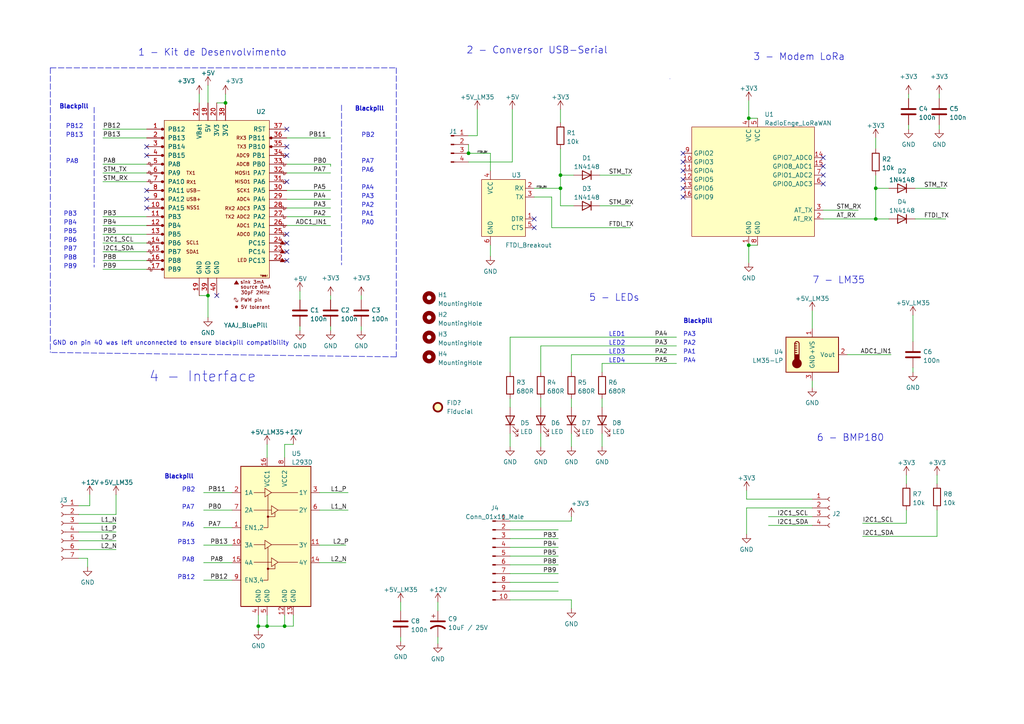
<source format=kicad_sch>
(kicad_sch (version 20211123) (generator eeschema)
  (paper "A4")
  (title_block (title "Bluepill + Radioenge AT interface") (date "2022-11-10") (rev "0") (company "PPGSAI03 - Rede de Sensores sem fio de Longo Alcance"))
  (lib_symbols
    (symbol "+5V_LM35_1" (power) (pin_names (offset 0))
      (property "Value" "+5V_LM35_1" (at 0 3.556 0))
      (symbol "+5V_LM35_1_1_1"
        (pin power_in line (at 0 0 90) (length 0) hide (name "+5V_LM35") (number "1"))
      )
    )
    (symbol "+5V_LM35_2" (power) (pin_names (offset 0))
      (property "Value" "+5V_LM35_2" (at 0 3.556 0))
      (symbol "+5V_LM35_2_1_1"
        (pin power_in line (at 0 0 90) (length 0) hide (name "+5V_LM35") (number "1"))
      )
    )
    (symbol "Connector:Conn_01x04_Female" (pin_names (offset 1.016) hide)
      (property "Reference" "J" (at 0 5.08 0))
      (property "Value" "Conn_01x04_Female" (at 0 -7.62 0))
      (symbol "Conn_01x04_Female_1_1"
        (pin passive line (at -5.08 2.54 0) (length 3.81) (name "Pin_1") (number "1"))
        (pin passive line (at -5.08 0 0) (length 3.81) (name "Pin_2") (number "2"))
        (pin passive line (at -5.08 -2.54 0) (length 3.81) (name "Pin_3") (number "3"))
        (pin passive line (at -5.08 -5.08 0) (length 3.81) (name "Pin_4") (number "4"))
      )
    )
    (symbol "Connector:Conn_01x04_Male" (pin_names (offset 1.016) hide)
      (property "Reference" "J" (at 0 5.08 0))
      (property "Value" "Conn_01x04_Male" (at 0 -7.62 0))
      (symbol "Conn_01x04_Male_1_1"
        (pin passive line (at 5.08 2.54 180) (length 3.81) (name "Pin_1") (number "1"))
        (pin passive line (at 5.08 0 180) (length 3.81) (name "Pin_2") (number "2"))
        (pin passive line (at 5.08 -2.54 180) (length 3.81) (name "Pin_3") (number "3"))
        (pin passive line (at 5.08 -5.08 180) (length 3.81) (name "Pin_4") (number "4"))
      )
    )
    (symbol "Connector:Conn_01x07_Female" (pin_names (offset 1.016) hide)
      (property "Reference" "J" (at 0 10.16 0))
      (property "Value" "Conn_01x07_Female" (at 0 -10.16 0))
      (symbol "Conn_01x07_Female_1_1"
        (pin passive line (at -5.08 7.62 0) (length 3.81) (name "Pin_1") (number "1"))
        (pin passive line (at -5.08 5.08 0) (length 3.81) (name "Pin_2") (number "2"))
        (pin passive line (at -5.08 2.54 0) (length 3.81) (name "Pin_3") (number "3"))
        (pin passive line (at -5.08 0 0) (length 3.81) (name "Pin_4") (number "4"))
        (pin passive line (at -5.08 -2.54 0) (length 3.81) (name "Pin_5") (number "5"))
        (pin passive line (at -5.08 -5.08 0) (length 3.81) (name "Pin_6") (number "6"))
        (pin passive line (at -5.08 -7.62 0) (length 3.81) (name "Pin_7") (number "7"))
      )
    )
    (symbol "Connector:Conn_01x10_Male" (pin_names (offset 1.016) hide)
      (property "Reference" "J" (at 0 12.7 0))
      (property "Value" "Conn_01x10_Male" (at 0 -15.24 0))
      (symbol "Conn_01x10_Male_1_1"
        (pin passive line (at 5.08 10.16 180) (length 3.81) (name "Pin_1") (number "1"))
        (pin passive line (at 5.08 -12.7 180) (length 3.81) (name "Pin_10") (number "10"))
        (pin passive line (at 5.08 7.62 180) (length 3.81) (name "Pin_2") (number "2"))
        (pin passive line (at 5.08 5.08 180) (length 3.81) (name "Pin_3") (number "3"))
        (pin passive line (at 5.08 2.54 180) (length 3.81) (name "Pin_4") (number "4"))
        (pin passive line (at 5.08 0 180) (length 3.81) (name "Pin_5") (number "5"))
        (pin passive line (at 5.08 -2.54 180) (length 3.81) (name "Pin_6") (number "6"))
        (pin passive line (at 5.08 -5.08 180) (length 3.81) (name "Pin_7") (number "7"))
        (pin passive line (at 5.08 -7.62 180) (length 3.81) (name "Pin_8") (number "8"))
        (pin passive line (at 5.08 -10.16 180) (length 3.81) (name "Pin_9") (number "9"))
      )
    )
    (symbol "Device:C" (pin_numbers hide) (pin_names (offset 0.254))
      (property "Reference" "C" (at 0.635 2.54 0))
      (property "Value" "C" (at 0.635 -2.54 0))
      (symbol "C_1_1"
        (pin passive line (at 0 3.81 270) (length 2.794) (name "~") (number "1"))
        (pin passive line (at 0 -3.81 90) (length 2.794) (name "~") (number "2"))
      )
    )
    (symbol "Device:C_Polarized_US" (pin_numbers hide) (pin_names (offset 0.254) hide)
      (property "Reference" "C" (at 0.635 2.54 0))
      (property "Value" "C_Polarized_US" (at 0.635 -2.54 0))
      (symbol "C_Polarized_US_1_1"
        (pin passive line (at 0 3.81 270) (length 2.794) (name "~") (number "1"))
        (pin passive line (at 0 -3.81 90) (length 3.302) (name "~") (number "2"))
      )
    )
    (symbol "Device:LED" (pin_numbers hide) (pin_names (offset 1.016) hide)
      (property "Reference" "D" (at 0 2.54 0))
      (property "Value" "LED" (at 0 -2.54 0))
      (symbol "LED_1_1"
        (pin passive line (at -3.81 0 0) (length 2.54) (name "K") (number "1"))
        (pin passive line (at 3.81 0 180) (length 2.54) (name "A") (number "2"))
      )
    )
    (symbol "Device:R" (pin_numbers hide) (pin_names (offset 0))
      (property "Reference" "R" (at 2.032 0 90))
      (property "Value" "R" (at 0 0 90))
      (symbol "R_1_1"
        (pin passive line (at 0 3.81 270) (length 1.27) (name "~") (number "1"))
        (pin passive line (at 0 -3.81 90) (length 1.27) (name "~") (number "2"))
      )
    )
    (symbol "Diode:1N4148" (pin_numbers hide) (pin_names (offset 1.016) hide)
      (property "Reference" "D" (at 0 2.54 0))
      (property "Value" "1N4148" (at 0 -2.54 0))
      (symbol "1N4148_1_1"
        (pin passive line (at -3.81 0 0) (length 2.54) (name "K") (number "1"))
        (pin passive line (at 3.81 0 180) (length 2.54) (name "A") (number "2"))
      )
    )
    (symbol "Driver_Motor:L293D" (pin_names (offset 1.016))
      (property "Reference" "U" (at -5.08 26.035 0))
      (property "Value" "L293D" (at -5.08 24.13 0))
      (symbol "L293D_1_1"
        (pin input line (at -12.7 5.08 0) (length 2.54) (name "EN1,2") (number "1"))
        (pin input line (at -12.7 0 0) (length 2.54) (name "3A") (number "10"))
        (pin output line (at 12.7 0 180) (length 2.54) (name "3Y") (number "11"))
        (pin power_in line (at 2.54 -20.32 90) (length 2.54) (name "GND") (number "12"))
        (pin power_in line (at 5.08 -20.32 90) (length 2.54) (name "GND") (number "13"))
        (pin output line (at 12.7 -5.08 180) (length 2.54) (name "4Y") (number "14"))
        (pin input line (at -12.7 -5.08 0) (length 2.54) (name "4A") (number "15"))
        (pin power_in line (at -2.54 25.4 270) (length 2.54) (name "VCC1") (number "16"))
        (pin input line (at -12.7 15.24 0) (length 2.54) (name "1A") (number "2"))
        (pin output line (at 12.7 15.24 180) (length 2.54) (name "1Y") (number "3"))
        (pin power_in line (at -5.08 -20.32 90) (length 2.54) (name "GND") (number "4"))
        (pin power_in line (at -2.54 -20.32 90) (length 2.54) (name "GND") (number "5"))
        (pin output line (at 12.7 10.16 180) (length 2.54) (name "2Y") (number "6"))
        (pin input line (at -12.7 10.16 0) (length 2.54) (name "2A") (number "7"))
        (pin power_in line (at 2.54 25.4 270) (length 2.54) (name "VCC2") (number "8"))
        (pin input line (at -12.7 -10.16 0) (length 2.54) (name "EN3,4") (number "9"))
      )
    )
    (symbol "LabSC:+5V_LM35" (power) (pin_names (offset 0))
      (property "Value" "+5V_LM35" (at 0 3.556 0))
      (symbol "+5V_LM35_1_1"
        (pin power_in line (at 0 0 90) (length 0) hide (name "+5V_LM35") (number "1"))
      )
    )
    (symbol "LabSC:+5V_STM" (power) (pin_names (offset 0))
      (property "Value" "+5V_STM" (at 0 3.556 0))
      (symbol "+5V_STM_1_1"
        (pin power_in line (at 0 0 90) (length 0) hide (name "+5V") (number "1"))
      )
    )
    (symbol "LabSC:FTDI_Breakout"
      (property "Reference" "U" (at 2.54 10.16 0))
      (property "Value" "FTDI_Breakout" (at 5.08 -8.89 0))
      (symbol "FTDI_Breakout_1_1"
        (pin input line (at 8.89 -2.54 180) (length 2.54) (name "DTR") (number "1"))
        (pin input line (at 8.89 6.35 180) (length 2.54) (name "RX") (number "2"))
        (pin output line (at 8.89 3.81 180) (length 2.54) (name "TX") (number "3"))
        (pin power_out line (at -3.81 11.43 270) (length 2.54) (name "VCC") (number "4"))
        (pin output line (at 8.89 -5.08 180) (length 2.54) (name "CTS") (number "5"))
        (pin power_in line (at -3.81 -10.16 90) (length 2.54) (name "GND") (number "6"))
      )
    )
    (symbol "LabSC:RadioEnge_LoRaWAN"
      (property "Reference" "U" (at 10.16 16.51 0))
      (property "Value" "RadioEnge_LoRaWAN" (at 17.78 -19.05 0))
      (symbol "RadioEnge_LoRaWAN_1_1"
        (pin power_in line (at -1.27 -19.05 90) (length 2.54) (name "GND") (number "1"))
        (pin bidirectional line (at -20.32 5.08 0) (length 2.54) (name "GPIO3") (number "10"))
        (pin bidirectional line (at -20.32 2.54 0) (length 2.54) (name "GPIO4") (number "11"))
        (pin bidirectional line (at -20.32 0 0) (length 2.54) (name "GPIO5") (number "12"))
        (pin bidirectional line (at -20.32 -2.54 0) (length 2.54) (name "GPIO6") (number "13"))
        (pin bidirectional line (at 20.32 6.35 180) (length 2.54) (name "GPIO7_ADC0") (number "14"))
        (pin bidirectional line (at 20.32 3.81 180) (length 2.54) (name "GPIO8_ADC1") (number "15"))
        (pin bidirectional line (at -20.32 -5.08 0) (length 2.54) (name "GPIO9") (number "16"))
        (pin input line (at 20.32 -11.43 180) (length 2.54) (name "AT_RX") (number "2"))
        (pin output line (at 20.32 -8.89 180) (length 2.54) (name "AT_TX") (number "3"))
        (pin power_in line (at -1.27 17.78 270) (length 2.54) (name "VCC") (number "4"))
        (pin power_in line (at 1.27 17.78 270) (length 2.54) (name "VCC") (number "5"))
        (pin bidirectional line (at 20.32 -1.27 180) (length 2.54) (name "GPIO0_ADC3") (number "6"))
        (pin input line (at 20.32 1.27 180) (length 2.54) (name "GPIO1_ADC2") (number "7"))
        (pin power_in line (at 1.27 -19.05 90) (length 2.54) (name "GND") (number "8"))
        (pin bidirectional line (at -20.32 7.62 0) (length 2.54) (name "GPIO2") (number "9"))
      )
    )
    (symbol "Mechanical:Fiducial"
      (property "Reference" "FID" (at 0 5.08 0))
      (property "Value" "Fiducial" (at 0 3.175 0))
    )
    (symbol "Mechanical:MountingHole" (pin_names (offset 1.016))
      (property "Reference" "H" (at 0 5.08 0))
      (property "Value" "MountingHole" (at 0 3.175 0))
    )
    (symbol "Sensor_Temperature:LM35-LP" (pin_names (offset 1.016))
      (property "Reference" "U" (at -6.35 6.35 0))
      (property "Value" "LM35-LP" (at 1.27 6.35 0))
      (symbol "LM35-LP_1_1"
        (pin power_in line (at 0 7.62 270) (length 2.54) (name "+VS") (number "1"))
        (pin output line (at 10.16 0 180) (length 2.54) (name "Vout") (number "2"))
        (pin power_in line (at 0 -7.62 90) (length 2.54) (name "GND") (number "3"))
      )
    )
    (symbol "YAAJ_BluePill:YAAJ_BluePill" (pin_names (offset 1.016))
      (property "Reference" "U" (at -13.97 24.13 0))
      (property "Value" "YAAJ_BluePill" (at 0 6.35 90))
      (symbol "YAAJ_BluePill_0_0"
        (text "30pF 2MHz" (at 11.176 -27.051 0) (effects (font (size 0.9906 0.9906))))
        (text "5V tolerant" (at 11.176 -31.242 0) (effects (font (size 0.9906 0.9906))))
        (text "ADC0" (at 7.747 -10.16 0) (effects (font (size 0.9906 0.9906))))
        (text "ADC1" (at 7.747 -7.62 0) (effects (font (size 0.9906 0.9906))))
        (text "ADC2" (at 7.747 -5.08 0) (effects (font (size 0.9906 0.9906))))
        (text "ADC3" (at 7.747 -2.667 0) (effects (font (size 0.9906 0.9906))))
        (text "ADC4" (at 7.747 0 0) (effects (font (size 0.9906 0.9906))))
        (text "ADC8" (at 7.62 10.16 0) (effects (font (size 0.9906 0.9906))))
        (text "ADC9" (at 7.62 12.7 0) (effects (font (size 0.9906 0.9906))))
        (text "LED" (at 7.366 -17.653 0) (effects (font (size 0.9906 0.9906))))
        (text "MISO1" (at 7.493 5.08 0) (effects (font (size 0.9906 0.9906))))
        (text "MOSI1" (at 7.493 7.62 0) (effects (font (size 0.9906 0.9906))))
        (text "NSS1" (at -6.858 -2.413 0) (effects (font (size 0.9906 0.9906))))
        (text "PWM pin" (at 10.033 -29.21 0) (effects (font (size 0.9906 0.9906))))
        (text "RX1" (at -7.366 4.953 0) (effects (font (size 0.9906 0.9906))))
        (text "RX2" (at 3.81 -2.667 0) (effects (font (size 0.9906 0.9906))))
        (text "RX3" (at 7.112 17.78 0) (effects (font (size 0.9906 0.9906))))
        (text "SCK1" (at 7.747 2.54 0) (effects (font (size 0.9906 0.9906))))
        (text "SCL1" (at -6.985 -12.573 0) (effects (font (size 0.9906 0.9906))))
        (text "SDA1" (at -6.985 -15.24 0) (effects (font (size 0.9906 0.9906))))
        (text "sink 3mA" (at 10.287 -24.003 0) (effects (font (size 0.9906 0.9906))))
        (text "source 0mA" (at 11.303 -25.4 0) (effects (font (size 0.9906 0.9906))))
        (text "TX1" (at -7.493 7.62 0) (effects (font (size 0.9906 0.9906))))
        (text "TX2" (at 3.81 -5.08 0) (effects (font (size 0.9906 0.9906))))
        (text "TX3" (at 7.239 15.24 0) (effects (font (size 0.9906 0.9906))))
        (text "USB+" (at -6.731 0 0) (effects (font (size 0.9906 0.9906))))
        (text "USB-" (at -6.731 2.54 0) (effects (font (size 0.9906 0.9906))))
        (text "Y@@J" (at 13.6906 -22.1488 0) (effects (font (size 0.508 0.508))))
      )
      (symbol "YAAJ_BluePill_1_1"
        (pin bidirectional line (at -20.32 20.32 0) (length 5.08) (name "PB12") (number "1"))
        (pin bidirectional line (at -20.32 -2.54 0) (length 5.08) (name "PA15") (number "10"))
        (pin bidirectional line (at -20.32 -5.08 0) (length 5.08) (name "PB3") (number "11"))
        (pin bidirectional line (at -20.32 -7.62 0) (length 5.08) (name "PB4") (number "12"))
        (pin bidirectional line (at -20.32 -10.16 0) (length 5.08) (name "PB5") (number "13"))
        (pin bidirectional line (at -20.32 -12.7 0) (length 5.08) (name "PB6") (number "14"))
        (pin bidirectional line (at -20.32 -15.24 0) (length 5.08) (name "PB7") (number "15"))
        (pin bidirectional line (at -20.32 -17.78 0) (length 5.08) (name "PB8") (number "16"))
        (pin bidirectional line (at -20.32 -20.32 0) (length 5.08) (name "PB9") (number "17"))
        (pin power_in line (at -2.54 27.94 270) (length 5.08) (name "5V") (number "18"))
        (pin power_in line (at -5.08 -27.94 90) (length 5.08) (name "GND") (number "19"))
        (pin bidirectional line (at -20.32 17.78 0) (length 5.08) (name "PB13") (number "2"))
        (pin power_in line (at 0 27.94 270) (length 5.08) (name "3V3") (number "20"))
        (pin power_in line (at -5.08 27.94 270) (length 5.08) (name "VBat") (number "21"))
        (pin bidirectional line (at 20.32 -17.78 180) (length 5.08) (name "PC13") (number "22"))
        (pin bidirectional line (at 20.32 -15.24 180) (length 5.08) (name "PC14") (number "23"))
        (pin bidirectional line (at 20.32 -12.7 180) (length 5.08) (name "PC15") (number "24"))
        (pin bidirectional line (at 20.32 -10.16 180) (length 5.08) (name "PA0") (number "25"))
        (pin bidirectional line (at 20.32 -7.62 180) (length 5.08) (name "PA1") (number "26"))
        (pin bidirectional line (at 20.32 -5.08 180) (length 5.08) (name "PA2") (number "27"))
        (pin bidirectional line (at 20.32 -2.54 180) (length 5.08) (name "PA3") (number "28"))
        (pin bidirectional line (at 20.32 0 180) (length 5.08) (name "PA4") (number "29"))
        (pin bidirectional line (at -20.32 15.24 0) (length 5.08) (name "PB14") (number "3"))
        (pin bidirectional line (at 20.32 2.54 180) (length 5.08) (name "PA5") (number "30"))
        (pin bidirectional line (at 20.32 5.08 180) (length 5.08) (name "PA6") (number "31"))
        (pin bidirectional line (at 20.32 7.62 180) (length 5.08) (name "PA7") (number "32"))
        (pin bidirectional line (at 20.32 10.16 180) (length 5.08) (name "PB0") (number "33"))
        (pin bidirectional line (at 20.32 12.7 180) (length 5.08) (name "PB1") (number "34"))
        (pin bidirectional line (at 20.32 15.24 180) (length 5.08) (name "PB10") (number "35"))
        (pin bidirectional line (at 20.32 17.78 180) (length 5.08) (name "PB11") (number "36"))
        (pin input line (at 20.32 20.32 180) (length 5.08) (name "RST") (number "37"))
        (pin power_in line (at 2.54 27.94 270) (length 5.08) (name "3V3") (number "38"))
        (pin power_in line (at -2.54 -27.94 90) (length 5.08) (name "GND") (number "39"))
        (pin bidirectional line (at -20.32 12.7 0) (length 5.08) (name "PB15") (number "4"))
        (pin power_in line (at 0 -27.94 90) (length 5.08) (name "GND") (number "40"))
        (pin bidirectional line (at -20.32 10.16 0) (length 5.08) (name "PA8") (number "5"))
        (pin bidirectional line (at -20.32 7.62 0) (length 5.08) (name "PA9") (number "6"))
        (pin bidirectional line (at -20.32 5.08 0) (length 5.08) (name "PA10") (number "7"))
        (pin bidirectional line (at -20.32 2.54 0) (length 5.08) (name "PA11") (number "8"))
        (pin bidirectional line (at -20.32 0 0) (length 5.08) (name "PA12") (number "9"))
      )
    )
    (symbol "power:+12V" (power) (pin_names (offset 0))
      (property "Value" "+12V" (at 0 3.556 0))
      (symbol "+12V_1_1"
        (pin power_in line (at 0 0 90) (length 0) hide (name "+12V") (number "1"))
      )
    )
    (symbol "power:+3V3" (power) (pin_names (offset 0))
      (property "Value" "+3V3" (at 0 3.556 0))
      (symbol "+3V3_1_1"
        (pin power_in line (at 0 0 90) (length 0) hide (name "+3V3") (number "1"))
      )
    )
    (symbol "power:GND" (power) (pin_names (offset 0))
      (property "Value" "GND" (at 0 -3.81 0))
      (symbol "GND_1_1"
        (pin power_in line (at 0 0 270) (length 0) hide (name "GND") (number "1"))
      )
    )
  )
  (junction (at 254 54.61))
  (junction (at 254 63.5))
  (junction (at 60.325 85.725))
  (junction (at 162.56 50.8))
  (junction (at 217.17 34.29))
  (junction (at 135.89 44.45))
  (junction (at 82.55 181.61))
  (junction (at 65.405 29.845))
  (junction (at 74.93 181.61))
  (junction (at 217.17 71.12))
  (junction (at 162.56 54.61))
  (junction (at 77.47 181.61))
  (no_connect (at 198.12 49.53))
  (no_connect (at 42.545 42.545))
  (no_connect (at 42.545 57.785))
  (no_connect (at 83.185 75.565))
  (no_connect (at 83.185 73.025))
  (no_connect (at 42.545 60.325))
  (no_connect (at 198.12 44.45))
  (no_connect (at 154.94 63.5))
  (no_connect (at 198.12 46.99))
  (no_connect (at 83.185 67.945))
  (no_connect (at 238.76 48.26))
  (no_connect (at 238.76 50.8))
  (no_connect (at 83.185 52.705))
  (no_connect (at 198.12 57.15))
  (no_connect (at 42.545 45.085))
  (no_connect (at 42.545 55.245))
  (no_connect (at 83.185 37.465))
  (no_connect (at 83.185 45.085))
  (no_connect (at 198.12 54.61))
  (no_connect (at 83.185 42.545))
  (no_connect (at 238.76 53.34))
  (no_connect (at 154.94 66.04))
  (no_connect (at 238.76 45.72))
  (no_connect (at 83.185 70.485))
  (no_connect (at 198.12 52.07))
  (no_connect (at 62.865 85.725))
  (wire (pts (xy 165.735 149.86) (xy 165.735 151.13)))
  (wire (pts (xy 235.585 110.49) (xy 235.585 112.395)))
  (wire (pts (xy 104.775 94.615) (xy 104.775 95.885)))
  (wire (pts (xy 92.71 147.955) (xy 100.965 147.955)))
  (wire (pts (xy 162.56 54.61) (xy 162.56 59.69)))
  (wire (pts (xy 264.795 91.44) (xy 264.795 99.06)))
  (wire (pts (xy 166.37 59.69) (xy 162.56 59.69)))
  (wire (pts (xy 65.405 27.305) (xy 65.405 29.845)))
  (wire (pts (xy 238.76 63.5) (xy 254 63.5)))
  (wire (pts (xy 147.955 166.37) (xy 161.925 166.37)))
  (wire (pts (xy 95.885 47.625) (xy 95.885 48.26)))
  (wire (pts (xy 254 40.005) (xy 254 43.18)))
  (wire (pts (xy 154.94 54.61) (xy 162.56 54.61)))
  (wire (pts (xy 116.205 174.625) (xy 116.205 177.165)))
  (wire (pts (xy 222.885 149.86) (xy 235.585 149.86)))
  (wire (pts (xy 250.19 155.575) (xy 271.78 155.575)))
  (wire (pts (xy 265.43 63.5) (xy 274.32 63.5)))
  (wire (pts (xy 83.185 62.865) (xy 95.885 62.865)))
  (wire (pts (xy 147.955 171.45) (xy 161.925 171.45)))
  (wire (pts (xy 147.955 115.57) (xy 147.955 118.11)))
  (wire (pts (xy 29.845 70.485) (xy 42.545 70.485)))
  (wire (pts (xy 165.735 107.95) (xy 165.735 102.87)))
  (wire (pts (xy 82.55 181.61) (xy 85.09 181.61)))
  (wire (pts (xy 217.17 34.29) (xy 219.71 34.29)))
  (wire (pts (xy 271.78 137.795) (xy 271.78 140.335)))
  (wire (pts (xy 127 184.785) (xy 127 186.69)))
  (polyline (pts (xy 99.06 30.48) (xy 99.06 76.835)))
  (wire (pts (xy 238.76 60.96) (xy 248.92 60.96)))
  (wire (pts (xy 74.93 181.61) (xy 77.47 181.61)))
  (wire (pts (xy 147.955 156.21) (xy 161.925 156.21)))
  (wire (pts (xy 60.325 85.725) (xy 60.325 92.075)))
  (wire (pts (xy 148.59 31.75) (xy 148.59 46.99)))
  (wire (pts (xy 263.525 27.305) (xy 263.525 28.575)))
  (wire (pts (xy 25.4 164.465) (xy 25.4 161.925)))
  (wire (pts (xy 22.86 159.385) (xy 33.655 159.385)))
  (wire (pts (xy 165.735 173.99) (xy 165.735 176.53)))
  (wire (pts (xy 196.215 105.41) (xy 174.625 105.41)))
  (polyline (pts (xy 194.31 22.86) (xy 194.31 22.86)))
  (wire (pts (xy 29.845 50.165) (xy 42.545 50.165)))
  (wire (pts (xy 59.055 163.195) (xy 67.31 163.195)))
  (wire (pts (xy 265.43 54.61) (xy 274.32 54.61)))
  (wire (pts (xy 77.47 178.435) (xy 77.47 181.61)))
  (wire (pts (xy 29.845 52.705) (xy 42.545 52.705)))
  (wire (pts (xy 86.995 84.455) (xy 86.995 86.995)))
  (wire (pts (xy 147.955 97.79) (xy 196.215 97.79)))
  (wire (pts (xy 22.86 161.925) (xy 25.4 161.925)))
  (wire (pts (xy 156.845 100.33) (xy 196.215 100.33)))
  (wire (pts (xy 29.845 78.105) (xy 42.545 78.105)))
  (wire (pts (xy 147.955 153.67) (xy 161.925 153.67)))
  (wire (pts (xy 59.055 158.115) (xy 67.31 158.115)))
  (wire (pts (xy 147.955 125.73) (xy 147.955 129.54)))
  (wire (pts (xy 59.055 142.875) (xy 67.31 142.875)))
  (wire (pts (xy 92.71 142.875) (xy 100.965 142.875)))
  (wire (pts (xy 57.785 27.305) (xy 57.785 29.845)))
  (wire (pts (xy 83.185 47.625) (xy 95.885 47.625)))
  (wire (pts (xy 22.86 154.305) (xy 33.655 154.305)))
  (wire (pts (xy 165.735 102.87) (xy 196.215 102.87)))
  (wire (pts (xy 165.735 115.57) (xy 165.735 118.11)))
  (wire (pts (xy 147.955 161.29) (xy 161.925 161.29)))
  (wire (pts (xy 29.845 65.405) (xy 42.545 65.405)))
  (wire (pts (xy 83.185 57.785) (xy 95.885 57.785)))
  (wire (pts (xy 138.43 31.75) (xy 138.43 39.37)))
  (wire (pts (xy 95.885 85.725) (xy 95.885 86.995)))
  (wire (pts (xy 82.55 178.435) (xy 82.55 181.61)))
  (wire (pts (xy 29.845 47.625) (xy 42.545 47.625)))
  (wire (pts (xy 92.71 163.195) (xy 100.33 163.195)))
  (wire (pts (xy 57.785 85.725) (xy 60.325 85.725)))
  (wire (pts (xy 271.78 147.955) (xy 271.78 155.575)))
  (wire (pts (xy 160.02 57.15) (xy 160.02 66.04)))
  (wire (pts (xy 77.47 181.61) (xy 82.55 181.61)))
  (wire (pts (xy 216.535 142.24) (xy 216.535 144.78)))
  (wire (pts (xy 250.19 151.765) (xy 262.89 151.765)))
  (wire (pts (xy 60.325 24.765) (xy 60.325 29.845)))
  (wire (pts (xy 147.955 97.79) (xy 147.955 107.95)))
  (wire (pts (xy 77.47 128.905) (xy 77.47 132.715)))
  (wire (pts (xy 59.055 153.035) (xy 67.31 153.035)))
  (wire (pts (xy 135.89 39.37) (xy 138.43 39.37)))
  (wire (pts (xy 245.745 102.87) (xy 258.445 102.87)))
  (wire (pts (xy 74.93 178.435) (xy 74.93 181.61)))
  (wire (pts (xy 262.89 137.795) (xy 262.89 140.335)))
  (wire (pts (xy 142.24 71.12) (xy 142.24 74.295)))
  (wire (pts (xy 83.185 40.005) (xy 95.885 40.005)))
  (wire (pts (xy 160.02 66.04) (xy 182.88 66.04)))
  (wire (pts (xy 95.885 94.615) (xy 95.885 95.885)))
  (wire (pts (xy 62.865 29.845) (xy 65.405 29.845)))
  (wire (pts (xy 147.955 163.83) (xy 161.925 163.83)))
  (wire (pts (xy 92.71 158.115) (xy 100.33 158.115)))
  (wire (pts (xy 29.845 73.025) (xy 42.545 73.025)))
  (wire (pts (xy 116.205 184.785) (xy 116.205 186.055)))
  (wire (pts (xy 174.625 115.57) (xy 174.625 118.11)))
  (wire (pts (xy 33.655 143.51) (xy 33.655 149.225)))
  (wire (pts (xy 104.775 85.725) (xy 104.775 86.995)))
  (polyline (pts (xy 27.305 31.115) (xy 27.305 77.47)))
  (wire (pts (xy 83.185 65.405) (xy 95.885 65.405)))
  (wire (pts (xy 264.795 106.68) (xy 264.795 107.95)))
  (wire (pts (xy 174.625 105.41) (xy 174.625 107.95)))
  (wire (pts (xy 82.55 128.905) (xy 85.09 128.905)))
  (wire (pts (xy 82.55 132.715) (xy 82.55 128.905)))
  (wire (pts (xy 127 174.625) (xy 127 177.165)))
  (wire (pts (xy 272.415 36.195) (xy 272.415 37.465)))
  (wire (pts (xy 22.86 156.845) (xy 33.655 156.845)))
  (wire (pts (xy 254 54.61) (xy 257.81 54.61)))
  (wire (pts (xy 154.94 57.15) (xy 160.02 57.15)))
  (wire (pts (xy 83.185 55.245) (xy 95.885 55.245)))
  (wire (pts (xy 257.81 63.5) (xy 254 63.5)))
  (wire (pts (xy 272.415 27.305) (xy 272.415 28.575)))
  (wire (pts (xy 263.525 36.195) (xy 263.525 37.465)))
  (wire (pts (xy 135.89 46.99) (xy 148.59 46.99)))
  (wire (pts (xy 217.17 71.12) (xy 217.17 76.2)))
  (wire (pts (xy 83.185 60.325) (xy 95.885 60.325)))
  (wire (pts (xy 83.185 50.165) (xy 95.885 50.165)))
  (wire (pts (xy 74.93 181.61) (xy 74.93 182.88)))
  (wire (pts (xy 29.845 67.945) (xy 42.545 67.945)))
  (polyline (pts (xy 14.605 19.685) (xy 14.605 102.235)))
  (wire (pts (xy 174.625 125.73) (xy 174.625 129.54)))
  (wire (pts (xy 147.955 151.13) (xy 165.735 151.13)))
  (wire (pts (xy 216.535 147.32) (xy 235.585 147.32)))
  (wire (pts (xy 156.845 115.57) (xy 156.845 118.11)))
  (wire (pts (xy 217.17 29.21) (xy 217.17 34.29)))
  (wire (pts (xy 254 54.61) (xy 254 63.5)))
  (wire (pts (xy 235.585 90.17) (xy 235.585 95.25)))
  (wire (pts (xy 59.055 168.275) (xy 67.31 168.275)))
  (wire (pts (xy 29.845 75.565) (xy 42.545 75.565)))
  (wire (pts (xy 262.89 147.955) (xy 262.89 151.765)))
  (wire (pts (xy 173.99 50.8) (xy 182.88 50.8)))
  (polyline (pts (xy 114.935 19.685) (xy 114.935 103.505)))
  (wire (pts (xy 29.845 37.465) (xy 42.545 37.465)))
  (wire (pts (xy 162.56 50.8) (xy 166.37 50.8)))
  (wire (pts (xy 216.535 144.78) (xy 235.585 144.78)))
  (wire (pts (xy 165.735 125.73) (xy 165.735 129.54)))
  (wire (pts (xy 29.845 62.865) (xy 42.545 62.865)))
  (wire (pts (xy 162.56 35.56) (xy 162.56 31.75)))
  (wire (pts (xy 217.17 71.12) (xy 219.71 71.12)))
  (wire (pts (xy 147.955 158.75) (xy 161.925 158.75)))
  (wire (pts (xy 222.885 152.4) (xy 235.585 152.4)))
  (wire (pts (xy 86.995 94.615) (xy 86.995 95.885)))
  (wire (pts (xy 26.035 143.51) (xy 26.035 146.685)))
  (wire (pts (xy 22.86 146.685) (xy 26.035 146.685)))
  (wire (pts (xy 135.89 41.91) (xy 135.89 44.45)))
  (polyline (pts (xy 14.605 19.685) (xy 114.935 19.685)))
  (wire (pts (xy 254 50.8) (xy 254 54.61)))
  (wire (pts (xy 216.535 147.32) (xy 216.535 154.94)))
  (wire (pts (xy 29.845 40.005) (xy 42.545 40.005)))
  (wire (pts (xy 22.86 151.765) (xy 33.655 151.765)))
  (wire (pts (xy 135.89 44.45) (xy 142.24 44.45)))
  (wire (pts (xy 156.845 125.73) (xy 156.845 129.54)))
  (wire (pts (xy 156.845 100.33) (xy 156.845 107.95)))
  (wire (pts (xy 173.99 59.69) (xy 182.88 59.69)))
  (wire (pts (xy 162.56 54.61) (xy 162.56 50.8)))
  (wire (pts (xy 147.955 168.91) (xy 161.925 168.91)))
  (polyline (pts (xy 114.935 103.505) (xy 14.605 102.235)))
  (wire (pts (xy 85.09 178.435) (xy 85.09 181.61)))
  (wire (pts (xy 147.955 173.99) (xy 165.735 173.99)))
  (wire (pts (xy 59.055 147.955) (xy 67.31 147.955)))
  (wire (pts (xy 142.24 49.53) (xy 142.24 44.45)))
  (wire (pts (xy 22.86 149.225) (xy 33.655 149.225)))
  (wire (pts (xy 162.56 43.18) (xy 162.56 50.8)))
  (text "PB5" (at 18.415 67.945 0) (effects (font (size 1.27 1.27)) (justify left bottom)))
  (text "PB2" (at 52.705 142.875 0) (effects (font (size 1.27 1.27)) (justify left bottom)))
  (text "Blackpill" (at 102.87 32.385 0) (effects (font (size 1.27 1.27) bold) (justify left bottom)))
  (text "PA6\n" (at 52.705 153.035 0) (effects (font (size 1.27 1.27)) (justify left bottom)))
  (text "7 - LM35" (at 235.585 82.55 0) (effects (font (size 2 2)) (justify left bottom)))
  (text "5 - LEDs" (at 170.815 87.63 0) (effects (font (size 2 2)) (justify left bottom)))
  (text "PA6\n" (at 104.775 50.165 0) (effects (font (size 1.27 1.27)) (justify left bottom)))
  (text "3 - Modem LoRa" (at 218.44 17.78 0) (effects (font (size 2 2)) (justify left bottom)))
  (text "PA3" (at 104.775 57.785 0) (effects (font (size 1.27 1.27)) (justify left bottom)))
  (text "4 - Interface" (at 43.18 111.125 0) (effects (font (size 3 3)) (justify left bottom)))
  (text "PB7" (at 18.415 73.025 0) (effects (font (size 1.27 1.27)) (justify left bottom)))
  (text "PA1" (at 198.12 102.87 0) (effects (font (size 1.27 1.27)) (justify left bottom)))
  (text "Blackpill" (at 17.145 31.75 0) (effects (font (size 1.27 1.27) bold) (justify left bottom)))
  (text "PB6" (at 18.415 70.485 0) (effects (font (size 1.27 1.27)) (justify left bottom)))
  (text "PA7" (at 52.705 147.955 0) (effects (font (size 1.27 1.27)) (justify left bottom)))
  (text "PA2" (at 104.775 60.325 0) (effects (font (size 1.27 1.27)) (justify left bottom)))
  (text "PA8" (at 52.705 163.195 0) (effects (font (size 1.27 1.27)) (justify left bottom)))
  (text "LED1" (at 176.53 97.79 0) (effects (font (size 1.27 1.27)) (justify left bottom)))
  (text "GND on pin 40 was left unconnected to ensure blackpill compatibility" (at 15.24 100.33 0) (effects (font (size 1.27 1.27)) (justify left bottom)))
  (text "PB12" (at 51.435 168.275 0) (effects (font (size 1.27 1.27)) (justify left bottom)))
  (text "PA7" (at 104.775 47.625 0) (effects (font (size 1.27 1.27)) (justify left bottom)))
  (text "PB13\n" (at 51.435 158.115 0) (effects (font (size 1.27 1.27)) (justify left bottom)))
  (text "PA8" (at 19.05 47.625 0) (effects (font (size 1.27 1.27)) (justify left bottom)))
  (text "PB9" (at 18.415 78.105 0) (effects (font (size 1.27 1.27)) (justify left bottom)))
  (text "PB13\n" (at 19.05 40.005 0) (effects (font (size 1.27 1.27)) (justify left bottom)))
  (text "Blackpill" (at 198.12 93.98 0) (effects (font (size 1.27 1.27) bold) (justify left bottom)))
  (text "PA3" (at 198.12 97.79 0) (effects (font (size 1.27 1.27)) (justify left bottom)))
  (text "PB3" (at 18.415 62.865 0) (effects (font (size 1.27 1.27)) (justify left bottom)))
  (text "LED2" (at 176.53 100.33 0) (effects (font (size 1.27 1.27)) (justify left bottom)))
  (text "PB12" (at 19.05 37.465 0) (effects (font (size 1.27 1.27)) (justify left bottom)))
  (text "PB8" (at 18.415 75.565 0) (effects (font (size 1.27 1.27)) (justify left bottom)))
  (text "PA4" (at 198.12 105.41 0) (effects (font (size 1.27 1.27)) (justify left bottom)))
  (text "2 - Conversor USB-Serial" (at 135.255 15.875 0) (effects (font (size 2 2)) (justify left bottom)))
  (text "PA1" (at 104.775 62.865 0) (effects (font (size 1.27 1.27)) (justify left bottom)))
  (text "PB2" (at 104.775 40.005 0) (effects (font (size 1.27 1.27)) (justify left bottom)))
  (text "Blackpill" (at 47.625 139.065 0) (effects (font (size 1.27 1.27) bold) (justify left bottom)))
  (text "PA0" (at 104.775 65.405 0) (effects (font (size 1.27 1.27)) (justify left bottom)))
  (text "PB4" (at 18.415 65.405 0) (effects (font (size 1.27 1.27)) (justify left bottom)))
  (text "1 - Kit de Desenvolvimento" (at 40.005 16.51 0) (effects (font (size 2 2)) (justify left bottom)))
  (text "PA2" (at 198.12 100.33 0) (effects (font (size 1.27 1.27)) (justify left bottom)))
  (text "PA4" (at 104.775 55.245 0) (effects (font (size 1.27 1.27)) (justify left bottom)))
  (text "LED4" (at 176.53 105.41 0) (effects (font (size 1.27 1.27)) (justify left bottom)))
  (text "LED3" (at 176.53 102.87 0) (effects (font (size 1.27 1.27)) (justify left bottom)))
  (text "6 - BMP180" (at 236.855 128.27 0) (effects (font (size 2 2)) (justify left bottom)))
  (label "I2C1_SDA" (at 29.845 73.025 0))
  (label "STM_TX" (at 29.845 50.165 0))
  (label "STM_TX" (at 267.97 54.61 0))
  (label "FTDI_TX" (at 176.53 66.04 0))
  (label "L1_N" (at 29.21 151.765 0))
  (label "PB0" (at 90.805 47.625 0))
  (label "L2_N" (at 29.21 159.385 0))
  (label "FTDI_TX" (at 267.97 63.5 0))
  (label "L2_N" (at 95.885 163.195 0))
  (label "PB3" (at 29.845 62.865 0))
  (label "I2C1_SCL" (at 225.425 149.86 0))
  (label "I2C1_SDA" (at 250.19 155.575 0))
  (label "PA2" (at 90.805 62.865 0))
  (label "PB8" (at 29.845 75.565 0))
  (label "STM_TX" (at 176.53 50.8 0))
  (label "L1_P" (at 29.21 154.305 0))
  (label "PB4" (at 157.48 158.75 0))
  (label "L1_P" (at 95.885 142.875 0))
  (label "STM_RX" (at 176.53 59.69 0))
  (label "PB12" (at 60.96 168.275 0))
  (label "L1_N" (at 95.885 147.955 0))
  (label "PB9" (at 29.845 78.105 0))
  (label "PA3" (at 90.805 60.325 0))
  (label "I2C1_SCL" (at 29.845 70.485 0))
  (label "PB4" (at 29.845 65.405 0))
  (label "PB0" (at 60.325 147.955 0))
  (label "L2_P" (at 29.21 156.845 0))
  (label "PA8" (at 29.845 47.625 0))
  (label "PA8" (at 60.96 163.195 0))
  (label "PA5" (at 189.865 105.41 0))
  (label "PB11" (at 60.325 142.875 0))
  (label "PB12" (at 29.845 37.465 0))
  (label "PA5" (at 90.805 55.245 0))
  (label "PB3" (at 157.48 156.21 0))
  (label "I2C1_SDA" (at 225.425 152.4 0))
  (label "PA7" (at 60.325 153.035 0))
  (label "PB5" (at 157.48 161.29 0))
  (label "FTDI_5V" (at 138.43 44.45 0) (effects (font (size 0.5 0.5))))
  (label "FTDI_RX" (at 155.575 54.61 0) (effects (font (size 0.5 0.5))))
  (label "STM_RX" (at 242.57 60.96 0))
  (label "PB13" (at 29.845 40.005 0))
  (label "PA4" (at 90.805 57.785 0))
  (label "PA7" (at 90.805 50.165 0))
  (label "I2C1_SCL" (at 250.19 151.765 0))
  (label "ADC1_IN1" (at 249.555 102.87 0))
  (label "PB5" (at 29.845 67.945 0))
  (label "L2_P" (at 96.52 158.115 0))
  (label "PA3" (at 189.865 100.33 0))
  (label "PB9" (at 157.48 166.37 0))
  (label "ADC1_IN1" (at 85.725 65.405 0))
  (label "PB11" (at 89.535 40.005 0))
  (label "PA4" (at 189.865 97.79 0))
  (label "PA2" (at 189.865 102.87 0))
  (label "STM_RX" (at 29.845 52.705 0))
  (label "PB13" (at 60.96 158.115 0))
  (label "AT_RX" (at 242.57 63.5 0))
  (label "PB8" (at 157.48 163.83 0))
  (symbol (lib_id "power:GND") (at 95.885 95.885 0) (unit 1)
    (property "Reference" "#PWR013" (effects hide))
    (property "Value" "GND" (at 95.885 100.3284 0))
  )
  (symbol (lib_id "Device:LED") (at 165.735 121.92 90) (unit 1)
    (property "Reference" "D7" (at 168.656 122.6728 90) (effects (justify right)))
    (property "Value" "LED" (at 168.656 125.2097 90) (effects (justify right)))
    (property "Footprint" "LED_THT:LED_D3.0mm" (effects hide))
  )
  (symbol (lib_id "Driver_Motor:L293D") (at 80.01 158.115 0) (unit 1)
    (property "Reference" "U5" (at 84.5694 131.5552 0) (effects (justify left)))
    (property "Value" "L293D" (at 84.5694 134.0921 0) (effects (justify left)))
    (property "Footprint" "Package_DIP:DIP-16_W7.62mm" (effects hide))
    (property "Datasheet" "http://www.ti.com/lit/ds/symlink/l293.pdf" (effects hide))
  )
  (symbol (lib_id "Device:R") (at 174.625 111.76 180) (unit 1)
    (property "Reference" "R6" (at 176.403 110.9253 0) (effects (justify right)))
    (property "Value" "680R" (at 176.403 113.4622 0) (effects (justify right)))
    (property "Footprint" "Resistor_THT:R_Axial_DIN0204_L3.6mm_D1.6mm_P7.62mm_Horizontal" (effects hide))
  )
  (symbol (lib_id "power:GND") (at 217.17 76.2 0) (unit 1)
    (property "Reference" "#PWR015" (effects hide))
    (property "Value" "GND" (at 217.17 80.6434 0))
  )
  (symbol (lib_id "Mechanical:MountingHole") (at 124.46 97.79 0) (unit 1)
    (property "Reference" "H3" (at 127 96.9553 0) (effects (justify left)))
    (property "Value" "MountingHole" (at 127 99.4922 0) (effects (justify left)))
    (property "Footprint" "MountingHole:MountingHole_2.2mm_M2_DIN965" (effects hide))
  )
  (symbol (lib_id "Device:R") (at 162.56 39.37 0) (unit 1)
    (property "Reference" "R1" (at 164.338 38.5353 0) (effects (justify left)))
    (property "Value" "10k" (at 164.338 41.0722 0) (effects (justify left)))
    (property "Footprint" "Resistor_THT:R_Axial_DIN0204_L3.6mm_D1.6mm_P7.62mm_Horizontal" (effects hide))
  )
  (symbol (lib_id "power:+3V3") (at 263.525 27.305 0) (unit 1)
    (property "Reference" "#PWR016" (effects hide))
    (property "Value" "+3V3" (at 263.525 22.225 0))
  )
  (symbol (lib_id "power:GND") (at 264.795 107.95 0) (unit 1)
    (property "Reference" "#PWR026" (effects hide))
    (property "Value" "GND" (at 264.795 112.3934 0))
  )
  (symbol (lib_id "Device:C") (at 95.885 90.805 0) (unit 1)
    (property "Reference" "C2" (at 98.806 89.9703 0) (effects (justify left)))
    (property "Value" "100n" (at 98.806 92.5072 0) (effects (justify left)))
    (property "Footprint" "Capacitor_THT:C_Disc_D6.0mm_W4.4mm_P5.00mm" (effects hide))
  )
  (symbol (lib_id "Mechanical:MountingHole") (at 124.46 103.505 0) (unit 1)
    (property "Reference" "H4" (at 127 102.6703 0) (effects (justify left)))
    (property "Value" "MountingHole" (at 127 105.2072 0) (effects (justify left)))
    (property "Footprint" "MountingHole:MountingHole_2.2mm_M2_DIN965" (effects hide))
  )
  (symbol (lib_id "power:GND") (at 25.4 164.465 0) (unit 1)
    (property "Reference" "#PWR0114" (effects hide))
    (property "Value" "GND" (at 25.4 168.9084 0))
  )
  (symbol (lib_name "+5V_LM35_2") (lib_id "LabSC:+5V_LM35") (at 235.585 90.17 0) (unit 1)
    (property "Reference" "#PWR022" (effects hide))
    (property "Value" "+5V_LM35" (at 235.585 86.5942 0))
  )
  (symbol (lib_id "Device:C") (at 86.995 90.805 0) (unit 1)
    (property "Reference" "C1" (at 89.916 89.9703 0) (effects (justify left)))
    (property "Value" "100n" (at 89.916 92.5072 0) (effects (justify left)))
    (property "Footprint" "Capacitor_THT:C_Disc_D6.0mm_W4.4mm_P5.00mm" (effects hide))
  )
  (symbol (lib_id "power:+12V") (at 127 174.625 0) (unit 1)
    (property "Reference" "#PWR0101" (effects hide))
    (property "Value" "+12V" (at 127 171.0492 0))
  )
  (symbol (lib_id "Diode:1N4148") (at 170.18 59.69 180) (unit 1)
    (property "Reference" "D3" (at 170.18 54.7202 0))
    (property "Value" "1N4148" (at 170.18 57.2571 0))
    (property "Footprint" "Diode_THT:D_DO-35_SOD27_P7.62mm_Horizontal" (effects hide))
    (property "Datasheet" "https://assets.nexperia.com/documents/data-sheet/1N4148_1N4448.pdf" (effects hide))
  )
  (symbol (lib_name "+5V_LM35_1") (lib_id "LabSC:+5V_LM35") (at 77.47 128.905 0) (unit 1)
    (property "Reference" "#PWR0105" (effects hide))
    (property "Value" "+5V_LM35" (at 77.47 125.3292 0))
  )
  (symbol (lib_id "power:GND") (at 235.585 112.395 0) (unit 1)
    (property "Reference" "#PWR029" (effects hide))
    (property "Value" "GND" (at 235.585 116.8384 0))
  )
  (symbol (lib_id "Device:R") (at 156.845 111.76 180) (unit 1)
    (property "Reference" "R4" (at 158.623 110.9253 0) (effects (justify right)))
    (property "Value" "680R" (at 158.623 113.4622 0) (effects (justify right)))
    (property "Footprint" "Resistor_THT:R_Axial_DIN0204_L3.6mm_D1.6mm_P7.62mm_Horizontal" (effects hide))
  )
  (symbol (lib_id "power:+3V3") (at 217.17 29.21 0) (unit 1)
    (property "Reference" "#PWR02" (effects hide))
    (property "Value" "+3V3" (at 217.17 25.6342 0))
  )
  (symbol (lib_id "power:GND") (at 142.24 74.295 0) (unit 1)
    (property "Reference" "#PWR020" (effects hide))
    (property "Value" "GND" (at 142.24 78.7384 0))
  )
  (symbol (lib_id "Sensor_Temperature:LM35-LP") (at 235.585 102.87 0) (unit 1)
    (property "Reference" "U4" (at 227.203 102.0353 0) (effects (justify right)))
    (property "Value" "LM35-LP" (at 227.203 104.5722 0) (effects (justify right)))
    (property "Footprint" "Connector_PinSocket_2.54mm:PinSocket_1x03_P2.54mm_Vertical" (effects hide))
    (property "Datasheet" "http://www.ti.com/lit/ds/symlink/lm35.pdf" (effects hide))
  )
  (symbol (lib_id "Device:C") (at 264.795 102.87 0) (unit 1)
    (property "Reference" "C6" (at 267.716 102.0353 0) (effects (justify left)))
    (property "Value" "100n" (at 267.716 104.5722 0) (effects (justify left)))
    (property "Footprint" "Capacitor_THT:C_Disc_D6.0mm_W4.4mm_P5.00mm" (effects hide))
  )
  (symbol (lib_id "power:GND") (at 104.775 95.885 0) (unit 1)
    (property "Reference" "#PWR014" (effects hide))
    (property "Value" "GND" (at 104.775 100.3284 0))
  )
  (symbol (lib_id "Mechanical:Fiducial") (at 127 118.11 0) (unit 1)
    (property "Reference" "FID?" (at 129.54 116.8399 0) (effects (justify left)))
    (property "Value" "Fiducial" (at 129.54 119.3799 0) (effects (justify left)))
  )
  (symbol (lib_id "power:+3V3") (at 254 40.005 0) (unit 1)
    (property "Reference" "#PWR06" (effects hide))
    (property "Value" "+3V3" (at 254 36.4292 0))
  )
  (symbol (lib_id "power:GND") (at 116.205 186.055 0) (unit 1)
    (property "Reference" "#PWR0106" (effects hide))
    (property "Value" "GND" (at 116.205 190.4984 0))
  )
  (symbol (lib_name "+5V_LM35_1") (lib_id "LabSC:+5V_LM35") (at 116.205 174.625 0) (unit 1)
    (property "Reference" "#PWR0108" (effects hide))
    (property "Value" "+5V_LM35" (at 116.205 171.0492 0))
  )
  (symbol (lib_id "Device:R") (at 262.89 144.145 180) (unit 1)
    (property "Reference" "R7" (at 264.668 143.3103 0) (effects (justify right)))
    (property "Value" "10k" (at 264.668 145.8472 0) (effects (justify right)))
    (property "Footprint" "Resistor_THT:R_Axial_DIN0204_L3.6mm_D1.6mm_P7.62mm_Horizontal" (effects hide))
  )
  (symbol (lib_id "Device:C_Polarized_US") (at 127 180.975 0) (unit 1)
    (property "Reference" "C9" (at 129.921 179.5053 0) (effects (justify left)))
    (property "Value" "10uF / 25V" (at 129.921 182.0422 0) (effects (justify left)))
    (property "Footprint" "Capacitor_THT:CP_Radial_D5.0mm_P2.50mm" (effects hide))
  )
  (symbol (lib_id "power:+3V3") (at 271.78 137.795 0) (unit 1)
    (property "Reference" "#PWR028" (effects hide))
    (property "Value" "+3V3" (at 271.78 134.2192 0))
  )
  (symbol (lib_id "power:+3V3") (at 216.535 142.24 0) (unit 1)
    (property "Reference" "#PWR024" (effects hide))
    (property "Value" "+3V3" (at 216.535 138.6642 0))
  )
  (symbol (lib_id "Diode:1N4148") (at 170.18 50.8 180) (unit 1)
    (property "Reference" "D1" (at 170.18 45.8302 0))
    (property "Value" "1N4148" (at 170.18 48.3671 0))
    (property "Footprint" "Diode_THT:D_DO-35_SOD27_P7.62mm_Horizontal" (effects hide))
    (property "Datasheet" "https://assets.nexperia.com/documents/data-sheet/1N4148_1N4448.pdf" (effects hide))
  )
  (symbol (lib_id "power:GND") (at 60.325 92.075 0) (unit 1)
    (property "Reference" "#PWR021" (effects hide))
    (property "Value" "GND" (at 60.325 96.5184 0))
  )
  (symbol (lib_id "Device:LED") (at 147.955 121.92 90) (unit 1)
    (property "Reference" "D5" (at 150.876 122.6728 90) (effects (justify right)))
    (property "Value" "LED" (at 150.876 125.2097 90) (effects (justify right)))
    (property "Footprint" "LED_THT:LED_D3.0mm" (effects hide))
  )
  (symbol (lib_id "Connector:Conn_01x04_Female") (at 240.665 147.32 0) (unit 1)
    (property "Reference" "J2" (at 241.3762 149.0238 0) (effects (justify left)))
    (property "Value" "Conn_01x04_Female" (effects hide))
    (property "Footprint" "Connector_PinSocket_2.54mm:PinSocket_1x04_P2.54mm_Vertical" (effects hide))
  )
  (symbol (lib_id "power:+3V3") (at 272.415 27.305 0) (unit 1)
    (property "Reference" "#PWR017" (effects hide))
    (property "Value" "+3V3" (at 272.415 22.225 0))
  )
  (symbol (lib_id "Device:C") (at 116.205 180.975 0) (unit 1)
    (property "Reference" "C8" (at 119.126 180.1403 0) (effects (justify left)))
    (property "Value" "100n" (at 119.126 182.6772 0) (effects (justify left)))
    (property "Footprint" "Capacitor_THT:C_Disc_D6.0mm_W4.4mm_P5.00mm" (effects hide))
  )
  (symbol (lib_id "Connector:Conn_01x10_Male") (at 142.875 161.29 0) (unit 1)
    (property "Reference" "J4" (at 143.51 147.354 0))
    (property "Value" "Conn_01x10_Male" (at 143.51 149.8909 0))
    (property "Footprint" "Connector_PinSocket_2.54mm:PinSocket_1x10_P2.54mm_Vertical" (effects hide))
  )
  (symbol (lib_id "power:GND") (at 263.525 37.465 0) (unit 1)
    (property "Reference" "#PWR018" (effects hide))
    (property "Value" "GND" (at 263.525 41.9084 0))
  )
  (symbol (lib_id "Device:R") (at 271.78 144.145 180) (unit 1)
    (property "Reference" "R8" (at 273.558 143.3103 0) (effects (justify right)))
    (property "Value" "10k" (at 273.558 145.8472 0) (effects (justify right)))
    (property "Footprint" "Resistor_THT:R_Axial_DIN0204_L3.6mm_D1.6mm_P7.62mm_Horizontal" (effects hide))
  )
  (symbol (lib_id "LabSC:+5V_LM35") (at 264.795 91.44 0) (unit 1)
    (property "Reference" "#PWR023" (effects hide))
    (property "Value" "+5V_LM35" (at 264.795 87.8642 0))
  )
  (symbol (lib_id "Device:LED") (at 174.625 121.92 90) (unit 1)
    (property "Reference" "D8" (at 177.546 122.6728 90) (effects (justify right)))
    (property "Value" "LED" (at 177.546 125.2097 90) (effects (justify right)))
    (property "Footprint" "LED_THT:LED_D3.0mm" (effects hide))
  )
  (symbol (lib_id "power:+3V3") (at 165.735 149.86 0) (unit 1)
    (property "Reference" "#PWR0104" (effects hide))
    (property "Value" "+3V3" (at 168.275 146.05 0))
  )
  (symbol (lib_id "Device:C") (at 272.415 32.385 0) (unit 1)
    (property "Reference" "C5" (at 275.336 31.5503 0) (effects (justify left)))
    (property "Value" "100n" (at 275.336 34.0872 0) (effects (justify left)))
    (property "Footprint" "Capacitor_THT:C_Disc_D6.0mm_W4.4mm_P5.00mm" (effects hide))
  )
  (symbol (lib_id "Connector:Conn_01x07_Female") (at 17.78 154.305 0) (mirror y) (unit 1)
    (property "Reference" "J3" (at 18.415 145.065 0))
    (property "Value" "Conn_01x07_Female" (effects hide))
    (property "Footprint" "Connector_PinSocket_2.54mm:PinSocket_1x07_P2.54mm_Vertical" (effects hide))
  )
  (symbol (lib_id "Diode:1N4148") (at 261.62 63.5 180) (unit 1)
    (property "Reference" "D4" (at 261.62 58.5302 0))
    (property "Value" "1N4148" (at 261.62 61.0671 0))
    (property "Footprint" "Diode_THT:D_DO-35_SOD27_P7.62mm_Horizontal" (effects hide))
    (property "Datasheet" "https://assets.nexperia.com/documents/data-sheet/1N4148_1N4448.pdf" (effects hide))
  )
  (symbol (lib_id "Device:R") (at 254 46.99 0) (unit 1)
    (property "Reference" "R2" (at 255.778 46.1553 0) (effects (justify left)))
    (property "Value" "10k" (at 255.778 48.6922 0) (effects (justify left)))
    (property "Footprint" "Resistor_THT:R_Axial_DIN0204_L3.6mm_D1.6mm_P7.62mm_Horizontal" (effects hide))
  )
  (symbol (lib_id "power:GND") (at 156.845 129.54 0) (unit 1)
    (property "Reference" "#PWR033" (effects hide))
    (property "Value" "GND" (at 156.845 133.9834 0))
  )
  (symbol (lib_id "power:+12V") (at 26.035 143.51 0) (unit 1)
    (property "Reference" "#PWR0113" (effects hide))
    (property "Value" "+12V" (at 26.035 139.9342 0))
  )
  (symbol (lib_id "power:+12V") (at 85.09 128.905 0) (unit 1)
    (property "Reference" "#PWR0110" (effects hide))
    (property "Value" "+12V" (at 85.09 125.3292 0))
  )
  (symbol (lib_id "LabSC:+5V_STM") (at 86.995 84.455 0) (unit 1)
    (property "Reference" "#PWR05" (effects hide))
    (property "Value" "+5V_STM" (at 86.995 80.8792 0))
  )
  (symbol (lib_id "power:+3V3") (at 65.405 27.305 0) (unit 1)
    (property "Reference" "#PWR04" (effects hide))
    (property "Value" "+3V3" (at 67.945 23.495 0))
  )
  (symbol (lib_id "power:GND") (at 147.955 129.54 0) (unit 1)
    (property "Reference" "#PWR031" (effects hide))
    (property "Value" "GND" (at 147.955 133.9834 0))
  )
  (symbol (lib_id "Mechanical:MountingHole") (at 124.46 86.36 0) (unit 1)
    (property "Reference" "H1" (at 127 85.5253 0) (effects (justify left)))
    (property "Value" "MountingHole" (at 127 88.0622 0) (effects (justify left)))
    (property "Footprint" "MountingHole:MountingHole_2.2mm_M2_DIN965" (effects hide))
  )
  (symbol (lib_id "power:GND") (at 165.735 129.54 0) (unit 1)
    (property "Reference" "#PWR034" (effects hide))
    (property "Value" "GND" (at 165.735 133.9834 0))
  )
  (symbol (lib_id "LabSC:+5V_STM") (at 60.325 24.765 0) (unit 1)
    (property "Reference" "#PWR01" (effects hide))
    (property "Value" "+5V_STM" (at 60.325 21.1892 0))
  )
  (symbol (lib_id "Device:R") (at 165.735 111.76 180) (unit 1)
    (property "Reference" "R5" (at 167.513 110.9253 0) (effects (justify right)))
    (property "Value" "680R" (at 167.513 113.4622 0) (effects (justify right)))
    (property "Footprint" "Resistor_THT:R_Axial_DIN0204_L3.6mm_D1.6mm_P7.62mm_Horizontal" (effects hide))
  )
  (symbol (lib_id "power:+3V3") (at 162.56 31.75 0) (unit 1)
    (property "Reference" "#PWR011" (effects hide))
    (property "Value" "+3V3" (at 162.56 28.1742 0))
  )
  (symbol (lib_id "LabSC:RadioEnge_LoRaWAN") (at 218.44 52.07 0) (unit 1)
    (property "Reference" "U1" (at 221.7294 33.181 0) (effects (justify left)))
    (property "Value" "RadioEnge_LoRaWAN" (at 221.7294 35.7179 0) (effects (justify left)))
    (property "Footprint" "LabSC:LoRaModuleRadioenge" (effects hide))
  )
  (symbol (lib_id "power:GND") (at 272.415 37.465 0) (unit 1)
    (property "Reference" "#PWR019" (effects hide))
    (property "Value" "GND" (at 272.415 41.9084 0))
  )
  (symbol (lib_id "Device:R") (at 147.955 111.76 180) (unit 1)
    (property "Reference" "R3" (at 149.733 110.9253 0) (effects (justify right)))
    (property "Value" "680R" (at 149.733 113.4622 0) (effects (justify right)))
    (property "Footprint" "Resistor_THT:R_Axial_DIN0204_L3.6mm_D1.6mm_P7.62mm_Horizontal" (effects hide))
  )
  (symbol (lib_name "+5V_LM35_1") (lib_id "LabSC:+5V_LM35") (at 33.655 143.51 0) (unit 1)
    (property "Reference" "#PWR0109" (effects hide))
    (property "Value" "+5V_LM35" (at 33.655 139.9342 0))
  )
  (symbol (lib_id "LabSC:+5V_STM") (at 148.59 31.75 0) (unit 1)
    (property "Reference" "#PWR010" (effects hide))
    (property "Value" "+5V_STM" (at 148.59 28.1742 0))
  )
  (symbol (lib_id "Device:LED") (at 156.845 121.92 90) (unit 1)
    (property "Reference" "D6" (at 159.766 122.6728 90) (effects (justify right)))
    (property "Value" "LED" (at 159.766 125.2097 90) (effects (justify right)))
    (property "Footprint" "LED_THT:LED_D3.0mm" (effects hide))
  )
  (symbol (lib_id "Device:C") (at 104.775 90.805 0) (unit 1)
    (property "Reference" "C3" (at 107.696 89.9703 0) (effects (justify left)))
    (property "Value" "100n" (at 107.696 92.5072 0) (effects (justify left)))
    (property "Footprint" "Capacitor_THT:C_Disc_D6.0mm_W4.4mm_P5.00mm" (effects hide))
  )
  (symbol (lib_id "power:+3V3") (at 57.785 27.305 0) (unit 1)
    (property "Reference" "#PWR03" (effects hide))
    (property "Value" "+3V3" (at 53.975 23.495 0))
  )
  (symbol (lib_id "Connector:Conn_01x04_Male") (at 130.81 41.91 0) (unit 1)
    (property "Reference" "J1" (at 131.445 38.131 0))
    (property "Value" "Conn_01x04_Male" (effects hide))
    (property "Footprint" "Connector_PinSocket_2.54mm:PinSocket_1x04_P2.54mm_Vertical" (effects hide))
  )
  (symbol (lib_id "power:+3V3") (at 95.885 85.725 0) (unit 1)
    (property "Reference" "#PWR07" (effects hide))
    (property "Value" "+3V3" (at 95.885 80.645 0))
  )
  (symbol (lib_id "LabSC:FTDI_Breakout") (at 146.05 60.96 0) (unit 1)
    (property "Reference" "U3" (at 151.13 50.8 0) (effects (justify right)))
    (property "Value" "FTDI_Breakout" (at 160.02 71.12 0) (effects (justify right)))
    (property "Footprint" "Connector_PinSocket_2.54mm:PinSocket_1x06_P2.54mm_Vertical" (effects hide))
  )
  (symbol (lib_id "power:GND") (at 74.93 182.88 0) (unit 1)
    (property "Reference" "#PWR0102" (effects hide))
    (property "Value" "GND" (at 74.93 187.3234 0))
  )
  (symbol (lib_id "power:GND") (at 174.625 129.54 0) (unit 1)
    (property "Reference" "#PWR037" (effects hide))
    (property "Value" "GND" (at 174.625 133.9834 0))
  )
  (symbol (lib_id "Device:C") (at 263.525 32.385 0) (unit 1)
    (property "Reference" "C4" (at 266.446 31.5503 0) (effects (justify left)))
    (property "Value" "100n" (at 266.446 34.0872 0) (effects (justify left)))
    (property "Footprint" "Capacitor_THT:C_Disc_D6.0mm_W4.4mm_P5.00mm" (effects hide))
  )
  (symbol (lib_id "Diode:1N4148") (at 261.62 54.61 180) (unit 1)
    (property "Reference" "D2" (at 261.62 49.6402 0))
    (property "Value" "1N4148" (at 261.62 52.1771 0))
    (property "Footprint" "Diode_THT:D_DO-35_SOD27_P7.62mm_Horizontal" (effects hide))
    (property "Datasheet" "https://assets.nexperia.com/documents/data-sheet/1N4148_1N4448.pdf" (effects hide))
  )
  (symbol (lib_id "power:GND") (at 216.535 154.94 0) (unit 1)
    (property "Reference" "#PWR025" (effects hide))
    (property "Value" "GND" (at 216.535 159.3834 0))
  )
  (symbol (lib_id "power:GND") (at 127 186.69 0) (unit 1)
    (property "Reference" "#PWR0107" (effects hide))
    (property "Value" "GND" (at 127 191.1334 0))
  )
  (symbol (lib_id "power:GND") (at 165.735 176.53 0) (unit 1)
    (property "Reference" "#PWR0103" (effects hide))
    (property "Value" "GND" (at 165.735 180.9734 0))
  )
  (symbol (lib_id "power:+3V3") (at 262.89 137.795 0) (unit 1)
    (property "Reference" "#PWR027" (effects hide))
    (property "Value" "+3V3" (at 262.89 134.2192 0))
  )
  (symbol (lib_id "power:GND") (at 86.995 95.885 0) (unit 1)
    (property "Reference" "#PWR012" (effects hide))
    (property "Value" "GND" (at 86.995 100.3284 0))
  )
  (symbol (lib_id "power:+3V3") (at 104.775 85.725 0) (unit 1)
    (property "Reference" "#PWR08" (effects hide))
    (property "Value" "+3V3" (at 104.775 80.645 0))
  )
  (symbol (lib_name "+5V_LM35_1") (lib_id "LabSC:+5V_LM35") (at 138.43 31.75 0) (unit 1)
    (property "Reference" "#PWR09" (effects hide))
    (property "Value" "+5V_LM35" (at 138.43 28.1742 0))
  )
  (symbol (lib_id "Mechanical:MountingHole") (at 124.46 92.075 0) (unit 1)
    (property "Reference" "H2" (at 127 91.2403 0) (effects (justify left)))
    (property "Value" "MountingHole" (at 127 93.7772 0) (effects (justify left)))
    (property "Footprint" "MountingHole:MountingHole_2.2mm_M2_DIN965" (effects hide))
  )
  (symbol (lib_id "YAAJ_BluePill:YAAJ_BluePill") (at 62.865 57.785 0) (unit 1)
    (property "Reference" "U2" (at 74.295 32.385 0) (effects (justify left)))
    (property "Value" "YAAJ_BluePill" (at 64.8844 94.3577 0) (effects (justify left)))
    (property "Footprint" "Footprints:YAAJ_BluePill_2" (effects hide))
  )
)
</source>
